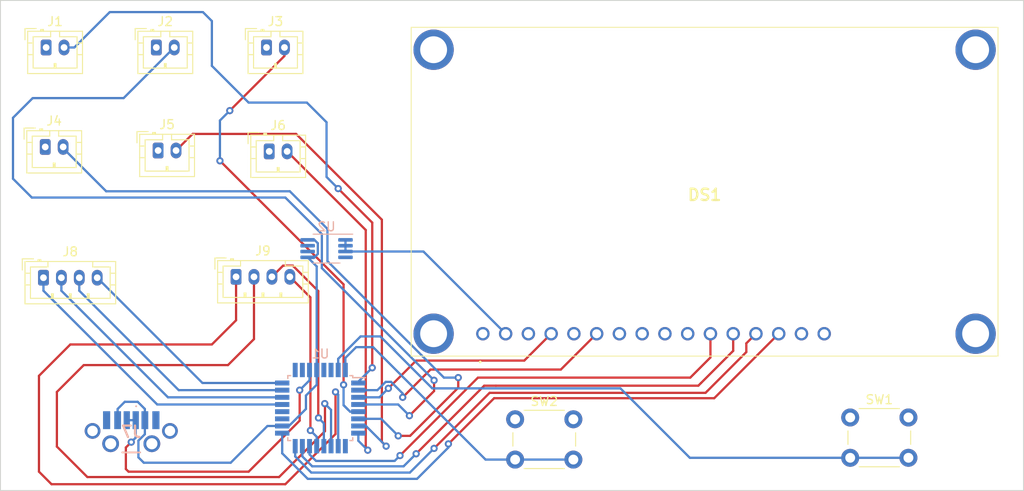
<source format=kicad_pcb>
(kicad_pcb (version 20211014) (generator pcbnew)
  (layers (0 "F.Cu" signal) (31 "B.Cu" signal) (34 "B.Paste" user) (35 "F.Paste" user) (36 "B.SilkS" user "B.Silkscreen") (37 "F.SilkS" user "F.Silkscreen") (38 "B.Mask" user) (39 "F.Mask" user) (44 "Edge.Cuts" user))
  (net 0 "")
  (net 1 "GND")
  (net 2 "Net-(DS1-Pad15)")
  (net 4 "Net-(DS1-Pad4)")
  (net 5 "Net-(DS1-Pad6)")
  (net 10 "Net-(DS1-Pad11)")
  (net 11 "Net-(DS1-Pad12)")
  (net 12 "Net-(DS1-Pad13)")
  (net 13 "Net-(DS1-Pad14)")
  (net 19 "Net-(J1-Pad2)")
  (net 21 "Net-(J2-Pad2)")
  (net 23 "Net-(J3-Pad2)")
  (net 25 "Net-(J4-Pad2)")
  (net 27 "Net-(J5-Pad2)")
  (net 29 "Net-(J6-Pad2)")
  (net 30 "Net-(J7-PadA5)")
  (net 31 "Net-(J7-PadA9)")
  (net 36 "Net-(J8-Pad1)")
  (net 37 "Net-(J8-Pad2)")
  (net 38 "Net-(J8-Pad3)")
  (net 39 "Net-(J8-Pad4)")
  (net 40 "Net-(J9-Pad1)")
  (net 41 "Net-(J9-Pad2)")
  (net 42 "Net-(J9-Pad3)")
  (net 43 "Net-(J9-Pad4)")
  (net 45 "Net-(SW1-Pad2)")
  (net 47 "Net-(SW2-Pad2)")
  (footprint "Button_Switch_THT:SW_PUSH_6mm" (layer "F.Cu") (at 142.75 98.15)
    (fp_text reference "SW2" (at 3.25 -2) (layer "F.SilkS"))
    (fp_text value "SW_Push")
    (pad "1" thru_hole circle (at 6.5 0 90) (size 2 2) (drill 1.1) (layers *.Cu *.Mask))
    (pad "1" thru_hole circle (at 0 0 90) (size 2 2) (drill 1.1) (layers *.Cu *.Mask))
    (pad "2" thru_hole circle (at 6.5 4.5 90) (size 2 2) (drill 1.1) (layers *.Cu *.Mask) (net 47 "Net-(SW2-Pad2)"))
    (pad "2" thru_hole circle (at 0 4.5 90) (size 2 2) (drill 1.1) (layers *.Cu *.Mask) (net 47 "Net-(SW2-Pad2)"))
  )
  (footprint "Connector_JST:JST_PH_B2B-PH-K_1x02_P2.00mm_Vertical" (layer "F.Cu") (at 115.3 68.25)
    (fp_text reference "J6" (at 1 -2.9) (layer "F.SilkS"))
    (fp_text value "ARRAY2")
    (pad "1" thru_hole roundrect (at 0 0) (size 1.2 1.75) (drill 0.75) (layers *.Cu *.Mask) (roundrect_rratio 0.208333))
    (pad "2" thru_hole oval (at 2 0) (size 1.2 1.75) (drill 0.75) (layers *.Cu *.Mask) (net 29 "Net-(J6-Pad2)"))
  )
  (footprint "Button_Switch_THT:SW_PUSH_6mm" (layer "F.Cu") (at 180.15 97.95)
    (fp_text reference "SW1" (at 3.25 -2) (layer "F.SilkS"))
    (fp_text value "SW_Push")
    (pad "1" thru_hole circle (at 6.5 0 90) (size 2 2) (drill 1.1) (layers *.Cu *.Mask))
    (pad "1" thru_hole circle (at 0 0 90) (size 2 2) (drill 1.1) (layers *.Cu *.Mask))
    (pad "2" thru_hole circle (at 6.5 4.5 90) (size 2 2) (drill 1.1) (layers *.Cu *.Mask) (net 45 "Net-(SW1-Pad2)"))
    (pad "2" thru_hole circle (at 0 4.5 90) (size 2 2) (drill 1.1) (layers *.Cu *.Mask) (net 45 "Net-(SW1-Pad2)"))
  )
  (footprint "Connector_JST:JST_PH_B2B-PH-K_1x02_P2.00mm_Vertical" (layer "F.Cu") (at 102.9 68.15)
    (fp_text reference "J5" (at 1 -2.9) (layer "F.SilkS"))
    (fp_text value "ARRAY1")
    (pad "1" thru_hole roundrect (at 0 0) (size 1.2 1.75) (drill 0.75) (layers *.Cu *.Mask) (roundrect_rratio 0.208333))
    (pad "2" thru_hole oval (at 2 0) (size 1.2 1.75) (drill 0.75) (layers *.Cu *.Mask) (net 27 "Net-(J5-Pad2)"))
  )
  (footprint "Connector_JST:JST_PH_B4B-PH-K_1x04_P2.00mm_Vertical" (layer "F.Cu") (at 90.1 82.35)
    (fp_text reference "J8" (at 3 -2.9) (layer "F.SilkS"))
    (fp_text value "MOIST SENS")
    (pad "1" thru_hole roundrect (at 0 0) (size 1.2 1.75) (drill 0.75) (layers *.Cu *.Mask) (roundrect_rratio 0.208333) (net 36 "Net-(J8-Pad1)"))
    (pad "2" thru_hole oval (at 2 0) (size 1.2 1.75) (drill 0.75) (layers *.Cu *.Mask) (net 37 "Net-(J8-Pad2)"))
    (pad "3" thru_hole oval (at 4 0) (size 1.2 1.75) (drill 0.75) (layers *.Cu *.Mask) (net 38 "Net-(J8-Pad3)"))
    (pad "4" thru_hole oval (at 6 0) (size 1.2 1.75) (drill 0.75) (layers *.Cu *.Mask) (net 39 "Net-(J8-Pad4)"))
  )
  (footprint "Connector_JST:JST_PH_B2B-PH-K_1x02_P2.00mm_Vertical" (layer "F.Cu") (at 90.4 56.65)
    (fp_text reference "J1" (at 1 -2.9) (layer "F.SilkS"))
    (fp_text value "FAN1")
    (pad "1" thru_hole roundrect (at 0 0) (size 1.2 1.75) (drill 0.75) (layers *.Cu *.Mask) (roundrect_rratio 0.208333))
    (pad "2" thru_hole oval (at 2 0) (size 1.2 1.75) (drill 0.75) (layers *.Cu *.Mask) (net 19 "Net-(J1-Pad2)"))
  )
  (footprint "SamacSys:NHD0216HZFSWFBW33V3C" (layer "F.Cu") (at 139.15 88.6)
    (fp_text reference "DS1" (at 24.75 -15.5) (layer "F.SilkS") (effects (font (size 1.27 1.27) (thickness 0.254))))
    (fp_text value "NHD-0216HZ-FSW-FBW-33V3C" hide)
    (pad "1" thru_hole circle locked (at 0 0) (size 1.5 1.5) (drill 1) (layers *.Cu *.Mask) (net 1 "GND"))
    (pad "2" thru_hole circle locked (at 2.54 0) (size 1.5 1.5) (drill 1) (layers *.Cu *.Mask) (net 2 "Net-(DS1-Pad15)"))
    (pad "3" thru_hole circle locked (at 5.08 0) (size 1.5 1.5) (drill 1) (layers *.Cu *.Mask))
    (pad "4" thru_hole circle locked (at 7.62 0) (size 1.5 1.5) (drill 1) (layers *.Cu *.Mask) (net 4 "Net-(DS1-Pad4)"))
    (pad "5" thru_hole circle locked (at 10.16 0) (size 1.5 1.5) (drill 1) (layers *.Cu *.Mask) (net 1 "GND"))
    (pad "6" thru_hole circle locked (at 12.7 0) (size 1.5 1.5) (drill 1) (layers *.Cu *.Mask) (net 5 "Net-(DS1-Pad6)"))
    (pad "7" thru_hole circle locked (at 15.24 0) (size 1.5 1.5) (drill 1) (layers *.Cu *.Mask))
    (pad "8" thru_hole circle locked (at 17.78 0) (size 1.5 1.5) (drill 1) (layers *.Cu *.Mask))
    (pad "9" thru_hole circle locked (at 20.32 0) (size 1.5 1.5) (drill 1) (layers *.Cu *.Mask))
    (pad "10" thru_hole circle locked (at 22.86 0) (size 1.5 1.5) (drill 1) (layers *.Cu *.Mask))
    (pad "11" thru_hole circle locked (at 25.4 0) (size 1.5 1.5) (drill 1) (layers *.Cu *.Mask) (net 10 "Net-(DS1-Pad11)"))
    (pad "12" thru_hole circle locked (at 27.94 0) (size 1.5 1.5) (drill 1) (layers *.Cu *.Mask) (net 11 "Net-(DS1-Pad12)"))
    (pad "13" thru_hole circle locked (at 30.48 0) (size 1.5 1.5) (drill 1) (layers *.Cu *.Mask) (net 12 "Net-(DS1-Pad13)"))
    (pad "14" thru_hole circle locked (at 33.02 0) (size 1.5 1.5) (drill 1) (layers *.Cu *.Mask) (net 13 "Net-(DS1-Pad14)"))
    (pad "15" thru_hole circle locked (at 35.56 0) (size 1.5 1.5) (drill 1) (layers *.Cu *.Mask) (net 2 "Net-(DS1-Pad15)"))
    (pad "16" thru_hole circle locked (at 38.1 0) (size 1.5 1.5) (drill 1) (layers *.Cu *.Mask) (net 1 "GND"))
    (pad "MH1" thru_hole circle locked (at -5.5 0) (size 4.5 4.5) (drill 3) (layers *.Cu *.Mask))
    (pad "MH2" thru_hole circle locked (at -5.5 -31.7) (size 4.5 4.5) (drill 3) (layers *.Cu *.Mask))
    (pad "MH3" thru_hole circle locked (at 55 0) (size 4.5 4.5) (drill 3) (layers *.Cu *.Mask))
    (pad "MH4" thru_hole circle locked (at 55 -31.7) (size 4.5 4.5) (drill 3) (layers *.Cu *.Mask))
  )
  (footprint "Connector_JST:JST_PH_B2B-PH-K_1x02_P2.00mm_Vertical" (layer "F.Cu") (at 90.3 67.75)
    (fp_text reference "J4" (at 1 -2.9) (layer "F.SilkS"))
    (fp_text value "PHO")
    (pad "1" thru_hole roundrect (at 0 0) (size 1.2 1.75) (drill 0.75) (layers *.Cu *.Mask) (roundrect_rratio 0.208333))
    (pad "2" thru_hole oval (at 2 0) (size 1.2 1.75) (drill 0.75) (layers *.Cu *.Mask) (net 25 "Net-(J4-Pad2)"))
  )
  (footprint "Connector_JST:JST_PH_B2B-PH-K_1x02_P2.00mm_Vertical" (layer "F.Cu") (at 102.7 56.65)
    (fp_text reference "J2" (at 1 -2.9) (layer "F.SilkS"))
    (fp_text value "NIT")
    (pad "1" thru_hole roundrect (at 0 0) (size 1.2 1.75) (drill 0.75) (layers *.Cu *.Mask) (roundrect_rratio 0.208333))
    (pad "2" thru_hole oval (at 2 0) (size 1.2 1.75) (drill 0.75) (layers *.Cu *.Mask) (net 21 "Net-(J2-Pad2)"))
  )
  (footprint "Connector_JST:JST_PH_B2B-PH-K_1x02_P2.00mm_Vertical" (layer "F.Cu") (at 115 56.65)
    (fp_text reference "J3" (at 1 -2.9) (layer "F.SilkS"))
    (fp_text value "POT")
    (pad "1" thru_hole roundrect (at 0 0) (size 1.2 1.75) (drill 0.75) (layers *.Cu *.Mask) (roundrect_rratio 0.208333))
    (pad "2" thru_hole oval (at 2 0) (size 1.2 1.75) (drill 0.75) (layers *.Cu *.Mask) (net 23 "Net-(J3-Pad2)"))
  )
  (footprint "Connector_JST:JST_PH_B4B-PH-K_1x04_P2.00mm_Vertical" (layer "F.Cu") (at 111.6 82.25)
    (fp_text reference "J9" (at 3 -2.9) (layer "F.SilkS"))
    (fp_text value "NUTR SENS")
    (pad "1" thru_hole roundrect (at 0 0) (size 1.2 1.75) (drill 0.75) (layers *.Cu *.Mask) (roundrect_rratio 0.208333) (net 40 "Net-(J9-Pad1)"))
    (pad "2" thru_hole oval (at 2 0) (size 1.2 1.75) (drill 0.75) (layers *.Cu *.Mask) (net 41 "Net-(J9-Pad2)"))
    (pad "3" thru_hole oval (at 4 0) (size 1.2 1.75) (drill 0.75) (layers *.Cu *.Mask) (net 42 "Net-(J9-Pad3)"))
    (pad "4" thru_hole oval (at 6 0) (size 1.2 1.75) (drill 0.75) (layers *.Cu *.Mask) (net 43 "Net-(J9-Pad4)"))
  )
  (footprint "Package_SO:MSOP-8_3x3mm_P0.65mm" (layer "B.Cu") (at 121.7 79.1 180)
    (fp_text reference "U2" (at 0 2.45) (layer "B.SilkS") (effects (justify mirror)))
    (fp_text value "LT1762-3.3")
    (pad "1" smd roundrect (at -2.1125 0.975 180) (size 1.625 0.4) (layers "B.Cu" "B.Paste" "B.Mask") (net 2 "Net-(DS1-Pad15)"))
    (pad "2" smd roundrect (at -2.1125 0.325 180) (size 1.625 0.4) (layers "B.Cu" "B.Paste" "B.Mask") (net 2 "Net-(DS1-Pad15)"))
    (pad "3" smd roundrect (at -2.1125 -0.325 180) (size 1.625 0.4) (layers "B.Cu" "B.Paste" "B.Mask") (net 2 "Net-(DS1-Pad15)"))
    (pad "4" smd roundrect (at -2.1125 -0.975 180) (size 1.625 0.4) (layers "B.Cu" "B.Paste" "B.Mask") (net 1 "GND"))
    (pad "5" smd roundrect (at 2.1125 -0.975 180) (size 1.625 0.4) (layers "B.Cu" "B.Paste" "B.Mask") (net 31 "Net-(J7-PadA9)"))
    (pad "6" smd roundrect (at 2.1125 -0.325 180) (size 1.625 0.4) (layers "B.Cu" "B.Paste" "B.Mask"))
    (pad "7" smd roundrect (at 2.1125 0.325 180) (size 1.625 0.4) (layers "B.Cu" "B.Paste" "B.Mask"))
    (pad "8" smd roundrect (at 2.1125 0.975 180) (size 1.625 0.4) (layers "B.Cu" "B.Paste" "B.Mask") (net 31 "Net-(J7-PadA9)"))
  )
  (footprint "Package_QFP:TQFP-32_7x7mm_P0.8mm" (layer "B.Cu") (at 121 96.9 180)
    (fp_text reference "U1" (at 0 6.05) (layer "B.SilkS") (effects (justify mirror)))
    (fp_text value "ATmega3208-A")
    (pad "1" smd rect (at -4.25 2.8 180) (size 1.6 0.55) (layers "B.Cu" "B.Paste" "B.Mask") (net 19 "Net-(J1-Pad2)"))
    (pad "2" smd rect (at -4.25 2 180) (size 1.6 0.55) (layers "B.Cu" "B.Paste" "B.Mask") (net 5 "Net-(DS1-Pad6)"))
    (pad "3" smd rect (at -4.25 1.2 180) (size 1.6 0.55) (layers "B.Cu" "B.Paste" "B.Mask") (net 4 "Net-(DS1-Pad4)"))
    (pad "4" smd rect (at -4.25 0.4 180) (size 1.6 0.55) (layers "B.Cu" "B.Paste" "B.Mask") (net 21 "Net-(J2-Pad2)"))
    (pad "5" smd rect (at -4.25 -0.4 180) (size 1.6 0.55) (layers "B.Cu" "B.Paste" "B.Mask") (net 23 "Net-(J3-Pad2)"))
    (pad "6" smd rect (at -4.25 -1.2 180) (size 1.6 0.55) (layers "B.Cu" "B.Paste" "B.Mask") (net 25 "Net-(J4-Pad2)"))
    (pad "7" smd rect (at -4.25 -2 180) (size 1.6 0.55) (layers "B.Cu" "B.Paste" "B.Mask") (net 27 "Net-(J5-Pad2)"))
    (pad "8" smd rect (at -4.25 -2.8 180) (size 1.6 0.55) (layers "B.Cu" "B.Paste" "B.Mask") (net 29 "Net-(J6-Pad2)"))
    (pad "9" smd rect (at -2.8 -4.25 90) (size 1.6 0.55) (layers "B.Cu" "B.Paste" "B.Mask"))
    (pad "10" smd rect (at -2 -4.25 90) (size 1.6 0.55) (layers "B.Cu" "B.Paste" "B.Mask") (net 40 "Net-(J9-Pad1)"))
    (pad "11" smd rect (at -1.2 -4.25 90) (size 1.6 0.55) (layers "B.Cu" "B.Paste" "B.Mask") (net 41 "Net-(J9-Pad2)"))
    (pad "12" smd rect (at -0.4 -4.25 90) (size 1.6 0.55) (layers "B.Cu" "B.Paste" "B.Mask") (net 42 "Net-(J9-Pad3)"))
    (pad "13" smd rect (at 0.4 -4.25 90) (size 1.6 0.55) (layers "B.Cu" "B.Paste" "B.Mask") (net 43 "Net-(J9-Pad4)"))
    (pad "14" smd rect (at 1.2 -4.25 90) (size 1.6 0.55) (layers "B.Cu" "B.Paste" "B.Mask") (net 10 "Net-(DS1-Pad11)"))
    (pad "15" smd rect (at 2 -4.25 90) (size 1.6 0.55) (layers "B.Cu" "B.Paste" "B.Mask") (net 11 "Net-(DS1-Pad12)"))
    (pad "16" smd rect (at 2.8 -4.25 90) (size 1.6 0.55) (layers "B.Cu" "B.Paste" "B.Mask") (net 12 "Net-(DS1-Pad13)"))
    (pad "17" smd rect (at 4.25 -2.8 180) (size 1.6 0.55) (layers "B.Cu" "B.Paste" "B.Mask") (net 13 "Net-(DS1-Pad14)"))
    (pad "18" smd rect (at 4.25 -2 180) (size 1.6 0.55) (layers "B.Cu" "B.Paste" "B.Mask") (net 31 "Net-(J7-PadA9)"))
    (pad "19" smd rect (at 4.25 -1.2 180) (size 1.6 0.55) (layers "B.Cu" "B.Paste" "B.Mask") (net 1 "GND"))
    (pad "20" smd rect (at 4.25 -0.4 180) (size 1.6 0.55) (layers "B.Cu" "B.Paste" "B.Mask"))
    (pad "21" smd rect (at 4.25 0.4 180) (size 1.6 0.55) (layers "B.Cu" "B.Paste" "B.Mask") (net 36 "Net-(J8-Pad1)"))
    (pad "22" smd rect (at 4.25 1.2 180) (size 1.6 0.55) (layers "B.Cu" "B.Paste" "B.Mask") (net 37 "Net-(J8-Pad2)"))
    (pad "23" smd rect (at 4.25 2 180) (size 1.6 0.55) (layers "B.Cu" "B.Paste" "B.Mask") (net 38 "Net-(J8-Pad3)"))
    (pad "24" smd rect (at 4.25 2.8 180) (size 1.6 0.55) (layers "B.Cu" "B.Paste" "B.Mask") (net 39 "Net-(J8-Pad4)"))
    (pad "25" smd rect (at 2.8 4.25 90) (size 1.6 0.55) (layers "B.Cu" "B.Paste" "B.Mask"))
    (pad "26" smd rect (at 2 4.25 90) (size 1.6 0.55) (layers "B.Cu" "B.Paste" "B.Mask"))
    (pad "27" smd rect (at 1.2 4.25 90) (size 1.6 0.55) (layers "B.Cu" "B.Paste" "B.Mask") (net 30 "Net-(J7-PadA5)"))
    (pad "28" smd rect (at 0.4 4.25 90) (size 1.6 0.55) (layers "B.Cu" "B.Paste" "B.Mask") (net 31 "Net-(J7-PadA9)"))
    (pad "29" smd rect (at -0.4 4.25 90) (size 1.6 0.55) (layers "B.Cu" "B.Paste" "B.Mask") (net 1 "GND"))
    (pad "30" smd rect (at -1.2 4.25 90) (size 1.6 0.55) (layers "B.Cu" "B.Paste" "B.Mask"))
    (pad "31" smd rect (at -2 4.25 90) (size 1.6 0.55) (layers "B.Cu" "B.Paste" "B.Mask") (net 45 "Net-(SW1-Pad2)"))
    (pad "32" smd rect (at -2.8 4.25 90) (size 1.6 0.55) (layers "B.Cu" "B.Paste" "B.Mask") (net 47 "Net-(SW2-Pad2)"))
  )
  (footprint "SamacSys:USB4140GF0070C" (layer "B.Cu") (at 99.9 99.7 180)
    (fp_text reference "J7" (at 0 0.15) (layer "B.SilkS") (effects (font (size 1.27 1.27) (thickness 0.254)) (justify mirror)))
    (fp_text value "USB4140-GF-0070-C" hide)
    (pad "" np_thru_hole circle locked (at -3.875 -1.55 180) (size 0.65 0.65) (drill 0.65) (layers *.Cu *.Mask))
    (pad "" np_thru_hole circle locked (at 3.875 -1.55 180) (size 1.07 1.07) (drill 1.07) (layers *.Cu *.Mask))
    (pad "A5" smd rect locked (at -0.5 1.45 180) (size 0.7 2) (layers "B.Cu" "B.Paste" "B.Mask") (net 30 "Net-(J7-PadA5)"))
    (pad "A9" smd rect locked (at 1.52 1.45 180) (size 0.76 2) (layers "B.Cu" "B.Paste" "B.Mask") (net 31 "Net-(J7-PadA9)"))
    (pad "A12" smd rect locked (at 2.75 1.45 180) (size 0.8 2) (layers "B.Cu" "B.Paste" "B.Mask") (net 1 "GND"))
    (pad "B5" smd rect locked (at 0.5 1.45 180) (size 0.7 2) (layers "B.Cu" "B.Paste" "B.Mask") (net 30 "Net-(J7-PadA5)"))
    (pad "B9" smd rect locked (at -1.52 1.45 180) (size 0.76 2) (layers "B.Cu" "B.Paste" "B.Mask") (net 31 "Net-(J7-PadA9)"))
    (pad "B12" smd rect locked (at -2.75 1.45 180) (size 0.8 2) (layers "B.Cu" "B.Paste" "B.Mask") (net 1 "GND"))
    (pad "MH1" thru_hole circle locked (at -4.32 0.25 180) (size 1.755 1.755) (drill 1.17) (layers *.Cu *.Mask))
    (pad "MH2" thru_hole circle locked (at 4.32 0.25 180) (size 1.755 1.755) (drill 1.17) (layers *.Cu *.Mask))
    (pad "MH3" thru_hole circle locked (at -2.3 -1.18 180) (size 1.875 1.875) (drill 1.25) (layers *.Cu *.Mask))
    (pad "MH4" thru_hole circle locked (at 2.3 -1.18 180) (size 1.875 1.875) (drill 1.25) (layers *.Cu *.Mask))
  )
  (gr_rect (start 85.3 106.1) (end 199.5 51.4) (layer "Edge.Cuts") (width 0.1) (fill none))
  (segment (start 132.515 79.425) (end 141.69 88.6) (width 0.25) (layer "B.Cu") (net 2))
  (segment (start 123.8125 78.125) (end 123.8125 79.425) (width 0.25) (layer "B.Cu") (net 2))
  (segment (start 123.8125 79.425) (end 132.515 79.425) (width 0.25) (layer "B.Cu") (net 2))
  (segment (start 128.6 94.7) (end 131.7 91.6) (width 0.25) (layer "F.Cu") (net 4))
  (segment (start 131.7 91.6) (end 143.77 91.6) (width 0.25) (layer "F.Cu") (net 4))
  (segment (start 143.77 91.6) (end 146.77 88.6) (width 0.25) (layer "F.Cu") (net 4))
  (via (at 128.6 94.7) (size 0.8) (drill 0.4) (layers "F.Cu" "B.Cu") (net 4))
  (segment (start 128.6 94.7) (end 127.6 95.7) (width 0.25) (layer "B.Cu") (net 4))
  (segment (start 127.6 95.7) (end 125.25 95.7) (width 0.25) (layer "B.Cu") (net 4))
  (segment (start 147.85 92.6) (end 151.85 88.6) (width 0.25) (layer "F.Cu") (net 5))
  (segment (start 133.3 92.6) (end 147.85 92.6) (width 0.25) (layer "F.Cu") (net 5))
  (segment (start 130.2 95.7) (end 133.3 92.6) (width 0.25) (layer "F.Cu") (net 5))
  (via (at 130.2 95.7) (size 0.8) (drill 0.4) (layers "F.Cu" "B.Cu") (net 5))
  (segment (start 130.2 95.7) (end 130.2 95.274695) (width 0.25) (layer "B.Cu") (net 5))
  (segment (start 127.374695 94.9) (end 125.25 94.9) (width 0.25) (layer "B.Cu") (net 5))
  (segment (start 128.299695 93.975) (end 127.374695 94.9) (width 0.25) (layer "B.Cu") (net 5))
  (segment (start 130.2 95.274695) (end 128.900305 93.975) (width 0.25) (layer "B.Cu") (net 5))
  (segment (start 128.900305 93.975) (end 128.299695 93.975) (width 0.25) (layer "B.Cu") (net 5))
  (segment (start 138.6 93.5) (end 129.9 102.2) (width 0.25) (layer "F.Cu") (net 10))
  (segment (start 162.3 93.5) (end 138.6 93.5) (width 0.25) (layer "F.Cu") (net 10))
  (segment (start 164.55 88.6) (end 164.55 91.25) (width 0.25) (layer "F.Cu") (net 10))
  (segment (start 164.55 91.25) (end 162.3 93.5) (width 0.25) (layer "F.Cu") (net 10))
  (via (at 129.9 102.2) (size 0.8) (drill 0.4) (layers "F.Cu" "B.Cu") (net 10))
  (segment (start 120.525 102.8) (end 119.8 102.075) (width 0.25) (layer "B.Cu") (net 10))
  (segment (start 129.3 102.8) (end 120.525 102.8) (width 0.25) (layer "B.Cu") (net 10))
  (segment (start 119.8 102.075) (end 119.8 101.15) (width 0.25) (layer "B.Cu") (net 10))
  (segment (start 129.9 102.2) (end 129.3 102.8) (width 0.25) (layer "B.Cu") (net 10))
  (segment (start 139.3 94.4) (end 131.7 102) (width 0.25) (layer "F.Cu") (net 11))
  (segment (start 163.5 94.1) (end 163.2 94.4) (width 0.25) (layer "F.Cu") (net 11))
  (segment (start 167.09 90.51) (end 163.5 94.1) (width 0.25) (layer "F.Cu") (net 11))
  (segment (start 140.6 94.4) (end 139.3 94.4) (width 0.25) (layer "F.Cu") (net 11))
  (segment (start 167.09 88.6) (end 167.09 90.51) (width 0.25) (layer "F.Cu") (net 11))
  (segment (start 163.2 94.4) (end 140.6 94.4) (width 0.25) (layer "F.Cu") (net 11))
  (via (at 131.7 102) (size 0.8) (drill 0.4) (layers "F.Cu" "B.Cu") (net 11))
  (segment (start 130.3 103.4) (end 120.1 103.4) (width 0.25) (layer "B.Cu") (net 11))
  (segment (start 119 102.3) (end 119 101.15) (width 0.25) (layer "B.Cu") (net 11))
  (segment (start 120.1 103.4) (end 119 102.3) (width 0.25) (layer "B.Cu") (net 11))
  (segment (start 131.7 102) (end 130.3 103.4) (width 0.25) (layer "B.Cu") (net 11))
  (segment (start 168.555 89.675) (end 168.555 90.645) (width 0.25) (layer "F.Cu") (net 12))
  (segment (start 168.555 90.645) (end 164.2 95) (width 0.25) (layer "F.Cu") (net 12))
  (segment (start 139.9 95.2) (end 133.7 101.4) (width 0.25) (layer "F.Cu") (net 12))
  (segment (start 169.63 88.6) (end 168.555 89.675) (width 0.25) (layer "F.Cu") (net 12))
  (segment (start 164 95.2) (end 139.9 95.2) (width 0.25) (layer "F.Cu") (net 12))
  (segment (start 164.2 95) (end 164 95.2) (width 0.25) (layer "F.Cu") (net 12))
  (via (at 133.7 101.4) (size 0.8) (drill 0.4) (layers "F.Cu" "B.Cu") (net 12))
  (segment (start 133.7 101.4) (end 131 104.1) (width 0.25) (layer "B.Cu") (net 12))
  (segment (start 131 104.1) (end 120 104.1) (width 0.25) (layer "B.Cu") (net 12))
  (segment (start 120 104.1) (end 118.2 102.3) (width 0.25) (layer "B.Cu") (net 12))
  (segment (start 118.2 102.3) (end 118.2 101.15) (width 0.25) (layer "B.Cu") (net 12))
  (segment (start 172.17 88.6) (end 164.97 95.8) (width 0.25) (layer "F.Cu") (net 13))
  (segment (start 140.4 95.8) (end 135.3 100.9) (width 0.25) (layer "F.Cu") (net 13))
  (segment (start 164.97 95.8) (end 140.4 95.8) (width 0.25) (layer "F.Cu") (net 13))
  (via (at 135.3 100.9) (size 0.8) (drill 0.4) (layers "F.Cu" "B.Cu") (net 13))
  (segment (start 131.8 104.8) (end 135.3 101.3) (width 0.25) (layer "B.Cu") (net 13))
  (segment (start 135.3 101.3) (end 135.3 100.9) (width 0.25) (layer "B.Cu") (net 13))
  (segment (start 116.75 101.95) (end 119.6 104.8) (width 0.25) (layer "B.Cu") (net 13))
  (segment (start 116.75 99.7) (end 116.75 101.95) (width 0.25) (layer "B.Cu") (net 13))
  (segment (start 119.6 104.8) (end 131.8 104.8) (width 0.25) (layer "B.Cu") (net 13))
  (segment (start 126.8 76.2) (end 123 72.4) (width 0.25) (layer "F.Cu") (net 19))
  (segment (start 126.8 92.4) (end 126.8 76.2) (width 0.25) (layer "F.Cu") (net 19))
  (via (at 123 72.4) (size 0.8) (drill 0.4) (layers "F.Cu" "B.Cu") (net 19))
  (via (at 126.8 92.4) (size 0.8) (drill 0.4) (layers "F.Cu" "B.Cu") (net 19))
  (segment (start 119.5 62.8) (end 113 62.8) (width 0.25) (layer "B.Cu") (net 19))
  (segment (start 123 72.4) (end 121.7 71.1) (width 0.25) (layer "B.Cu") (net 19))
  (segment (start 121.7 71.1) (end 121.7 65) (width 0.25) (layer "B.Cu") (net 19))
  (segment (start 121.7 65) (end 119.5 62.8) (width 0.25) (layer "B.Cu") (net 19))
  (segment (start 125.25 93.95) (end 126.8 92.4) (width 0.25) (layer "B.Cu") (net 19))
  (segment (start 108.9 53.7) (end 107.9 52.7) (width 0.25) (layer "B.Cu") (net 19))
  (segment (start 93.55 56.65) (end 92.4 56.65) (width 0.25) (layer "B.Cu") (net 19))
  (segment (start 108.9 58.7) (end 108.9 53.7) (width 0.25) (layer "B.Cu") (net 19))
  (segment (start 113 62.8) (end 108.9 58.7) (width 0.25) (layer "B.Cu") (net 19))
  (segment (start 125.25 94.1) (end 125.25 93.95) (width 0.25) (layer "B.Cu") (net 19))
  (segment (start 97.5 52.7) (end 93.55 56.65) (width 0.25) (layer "B.Cu") (net 19))
  (segment (start 107.9 52.7) (end 97.5 52.7) (width 0.25) (layer "B.Cu") (net 19))
  (segment (start 130.95 97.75) (end 133.7 95) (width 0.25) (layer "F.Cu") (net 21))
  (segment (start 133.7 95) (end 133.7 93.8) (width 0.25) (layer "F.Cu") (net 21))
  (via (at 130.95 97.75) (size 0.8) (drill 0.4) (layers "F.Cu" "B.Cu") (net 21))
  (via (at 133.7 93.8) (size 0.8) (drill 0.4) (layers "F.Cu" "B.Cu") (net 21))
  (segment (start 86.7 71.3) (end 86.7 64.5) (width 0.25) (layer "B.Cu") (net 21))
  (segment (start 121.175 77.475) (end 117.1 73.4) (width 0.25) (layer "B.Cu") (net 21))
  (segment (start 86.7 64.5) (end 88.9 62.3) (width 0.25) (layer "B.Cu") (net 21))
  (segment (start 121.175 81.275) (end 121.175 77.475) (width 0.25) (layer "B.Cu") (net 21))
  (segment (start 125.25 96.5) (end 129.7 96.5) (width 0.25) (layer "B.Cu") (net 21))
  (segment (start 133.7 93.8) (end 121.175 81.275) (width 0.25) (layer "B.Cu") (net 21))
  (segment (start 117.1 73.4) (end 88.8 73.4) (width 0.25) (layer "B.Cu") (net 21))
  (segment (start 99.05 62.3) (end 104.7 56.65) (width 0.25) (layer "B.Cu") (net 21))
  (segment (start 130.95 97.75) (end 131 97.8) (width 0.25) (layer "B.Cu") (net 21))
  (segment (start 88.8 73.4) (end 86.7 71.3) (width 0.25) (layer "B.Cu") (net 21))
  (segment (start 129.7 96.5) (end 130.95 97.75) (width 0.25) (layer "B.Cu") (net 21))
  (segment (start 88.9 62.3) (end 99.05 62.3) (width 0.25) (layer "B.Cu") (net 21))
  (segment (start 110.9 63.7) (end 117 57.6) (width 0.25) (layer "F.Cu") (net 23))
  (segment (start 123.6 94.3) (end 123.6 83.1) (width 0.25) (layer "F.Cu") (net 23))
  (segment (start 117 57.6) (end 117 56.65) (width 0.25) (layer "F.Cu") (net 23))
  (segment (start 123.6 83.1) (end 109.8 69.3) (width 0.25) (layer "F.Cu") (net 23))
  (via (at 110.9 63.7) (size 0.8) (drill 0.4) (layers "F.Cu" "B.Cu") (net 23))
  (via (at 123.6 94.3) (size 0.8) (drill 0.4) (layers "F.Cu" "B.Cu") (net 23))
  (via (at 109.8 69.3) (size 0.8) (drill 0.4) (layers "F.Cu" "B.Cu") (net 23))
  (segment (start 123.6 96.575) (end 124.325 97.3) (width 0.25) (layer "B.Cu") (net 23))
  (segment (start 124.325 97.3) (end 125.25 97.3) (width 0.25) (layer "B.Cu") (net 23))
  (segment (start 109.8 64.8) (end 110.9 63.7) (width 0.25) (layer "B.Cu") (net 23))
  (segment (start 109.8 69.3) (end 109.8 64.8) (width 0.25) (layer "B.Cu") (net 23))
  (segment (start 123.6 96.575) (end 124.125 97.1) (width 0.25) (layer "B.Cu") (net 23))
  (segment (start 123.6 94.3) (end 123.6 96.575) (width 0.25) (layer "B.Cu") (net 23))
  (segment (start 131.025305 100) (end 129.7 100) (width 0.25) (layer "F.Cu") (net 25))
  (segment (start 136.4 93.5) (end 136.4 94.625305) (width 0.25) (layer "F.Cu") (net 25))
  (segment (start 136.4 94.625305) (end 131.025305 100) (width 0.25) (layer "F.Cu") (net 25))
  (via (at 129.7 100) (size 0.8) (drill 0.4) (layers "F.Cu" "B.Cu") (net 25))
  (via (at 136.4 93.5) (size 0.8) (drill 0.4) (layers "F.Cu" "B.Cu") (net 25))
  (segment (start 117.6 72.7) (end 97.1 72.7) (width 0.25) (layer "B.Cu") (net 25))
  (segment (start 134.8 93.5) (end 121.8 80.5) (width 0.25) (layer "B.Cu") (net 25))
  (segment (start 121.8 80.5) (end 121.8 76.9) (width 0.25) (layer "B.Cu") (net 25))
  (segment (start 127.8 98.1) (end 129.7 100) (width 0.25) (layer "B.Cu") (net 25))
  (segment (start 121.8 76.9) (end 117.6 72.7) (width 0.25) (layer "B.Cu") (net 25))
  (segment (start 136.4 93.5) (end 134.8 93.5) (width 0.25) (layer "B.Cu") (net 25))
  (segment (start 125.25 98.1) (end 127.8 98.1) (width 0.25) (layer "B.Cu") (net 25))
  (segment (start 97.1 72.7) (end 92.3 67.9) (width 0.25) (layer "B.Cu") (net 25))
  (segment (start 92.3 67.9) (end 92.3 67.75) (width 0.25) (layer "B.Cu") (net 25))
  (segment (start 106.75 66.3) (end 104.9 68.15) (width 0.25) (layer "F.Cu") (net 27))
  (segment (start 118.3 66.3) (end 106.75 66.3) (width 0.25) (layer "F.Cu") (net 27))
  (segment (start 127.875 75.875) (end 118.3 66.3) (width 0.25) (layer "F.Cu") (net 27))
  (segment (start 127.875 100.675) (end 127.875 75.875) (width 0.25) (layer "F.Cu") (net 27))
  (segment (start 128.35 101.15) (end 127.875 100.675) (width 0.25) (layer "F.Cu") (net 27))
  (via (at 128.35 101.15) (size 0.8) (drill 0.4) (layers "F.Cu" "B.Cu") (net 27))
  (segment (start 125.25 98.9) (end 126.1 98.9) (width 0.25) (layer "B.Cu") (net 27))
  (segment (start 126.1 98.9) (end 128.35 101.15) (width 0.25) (layer "B.Cu") (net 27))
  (segment (start 128.35 101.15) (end 128.4 101.2) (width 0.25) (layer "B.Cu") (net 27))
  (segment (start 126.075 77.025) (end 117.3 68.25) (width 0.25) (layer "F.Cu") (net 29))
  (segment (start 126.075 101.375) (end 126.075 77.025) (width 0.25) (layer "F.Cu") (net 29))
  (segment (start 126.3 101.6) (end 126.075 101.375) (width 0.25) (layer "F.Cu") (net 29))
  (via (at 126.3 101.6) (size 0.8) (drill 0.4) (layers "F.Cu" "B.Cu") (net 29))
  (segment (start 126.3 101.6) (end 126.4 101.7) (width 0.25) (layer "B.Cu") (net 29))
  (segment (start 125.25 99.7) (end 125.25 100.55) (width 0.25) (layer "B.Cu") (net 29))
  (segment (start 125.25 100.55) (end 126.3 101.6) (width 0.25) (layer "B.Cu") (net 29))
  (segment (start 118.7 98.3) (end 113 104) (width 0.25) (layer "F.Cu") (net 30))
  (segment (start 99.3 103.7) (end 99.3 101.3) (width 0.25) (layer "F.Cu") (net 30))
  (segment (start 99.6 104) (end 99.3 103.7) (width 0.25) (layer "F.Cu") (net 30))
  (segment (start 99.3 101.3) (end 99.9 100.7) (width 0.25) (layer "F.Cu") (net 30))
  (segment (start 118.7 94.9) (end 118.7 98.3) (width 0.25) (layer "F.Cu") (net 30))
  (segment (start 113 104) (end 99.6 104) (width 0.25) (layer "F.Cu") (net 30))
  (via (at 118.7 94.9) (size 0.8) (drill 0.4) (layers "F.Cu" "B.Cu") (net 30))
  (via (at 99.9 100.7) (size 0.8) (drill 0.4) (layers "F.Cu" "B.Cu") (net 30))
  (segment (start 118.7 94.9) (end 119.8 93.8) (width 0.25) (layer "B.Cu") (net 30))
  (segment (start 99.4 98.25) (end 100.4 98.25) (width 0.25) (layer "B.Cu") (net 30))
  (segment (start 119.8 93.8) (end 119.8 92.65) (width 0.25) (layer "B.Cu") (net 30))
  (segment (start 100.4 100.2) (end 99.9 100.7) (width 0.25) (layer "B.Cu") (net 30))
  (segment (start 100.4 98.25) (end 100.4 100.2) (width 0.25) (layer "B.Cu") (net 30))
  (segment (start 101.42 98.25) (end 101.42 99.816396) (width 0.25) (layer "B.Cu") (net 31))
  (segment (start 120.6 81.0875) (end 119.5875 80.075) (width 0.25) (layer "B.Cu") (net 31))
  (segment (start 99.18 96.2) (end 98.38 97) (width 0.25) (layer "B.Cu") (net 31))
  (segment (start 120.725 79.701041) (end 120.351041 80.075) (width 0.25) (layer "B.Cu") (net 31))
  (segment (start 101.42 98.25) (end 101.42 97) (width 0.25) (layer "B.Cu") (net 31))
  (segment (start 120.6 92.65) (end 120.6 81.0875) (width 0.25) (layer "B.Cu") (net 31))
  (segment (start 100.7 102.4) (end 101.3 103) (width 0.25) (layer "B.Cu") (net 31))
  (segment (start 101.42 99.816396) (end 100.7 100.536396) (width 0.25) (layer "B.Cu") (net 31))
  (segment (start 101.42 97) (end 100.62 96.2) (width 0.25) (layer "B.Cu") (net 31))
  (segment (start 101.3 103) (end 111 103) (width 0.25) (layer "B.Cu") (net 31))
  (segment (start 119.5875 78.125) (end 120.351041 78.125) (width 0.25) (layer "B.Cu") (net 31))
  (segment (start 100.7 100.536396) (end 100.7 102.4) (width 0.25) (layer "B.Cu") (net 31))
  (segment (start 120.6 94.3) (end 120.6 92.65) (width 0.25) (layer "B.Cu") (net 31))
  (segment (start 119.4 95.5) (end 119.4 97) (width 0.25) (layer "B.Cu") (net 31))
  (segment (start 111 103) (end 115.1 98.9) (width 0.25) (layer "B.Cu") (net 31))
  (segment (start 120.351041 78.125) (end 120.725 78.498959) (width 0.25) (layer "B.Cu") (net 31))
  (segment (start 120.351041 80.075) (end 119.5875 80.075) (width 0.25) (layer "B.Cu") (net 31))
  (segment (start 120.725 78.498959) (end 120.725 79.701041) (width 0.25) (layer "B.Cu") (net 31))
  (segment (start 98.38 97) (end 98.38 98.25) (width 0.25) (layer "B.Cu") (net 31))
  (segment (start 116.75 98.9) (end 117.5 98.9) (width 0.25) (layer "B.Cu") (net 31))
  (segment (start 117.5 98.9) (end 119.4 97) (width 0.25) (layer "B.Cu") (net 31))
  (segment (start 115.1 98.9) (end 116.75 98.9) (width 0.25) (layer "B.Cu") (net 31))
  (segment (start 119.4 95.5) (end 120.6 94.3) (width 0.25) (layer "B.Cu") (net 31))
  (segment (start 100.62 96.2) (end 99.18 96.2) (width 0.25) (layer "B.Cu") (net 31))
  (segment (start 102.8 96.5) (end 90.1 83.8) (width 0.25) (layer "B.Cu") (net 36))
  (segment (start 90.1 83.8) (end 90.1 82.35) (width 0.25) (layer "B.Cu") (net 36))
  (segment (start 116.75 96.5) (end 102.8 96.5) (width 0.25) (layer "B.Cu") (net 36))
  (segment (start 116.75 95.7) (end 104 95.7) (width 0.25) (layer "B.Cu") (net 37))
  (segment (start 92.1 83.8) (end 92.1 82.35) (width 0.25) (layer "B.Cu") (net 37))
  (segment (start 104 95.7) (end 92.1 83.8) (width 0.25) (layer "B.Cu") (net 37))
  (segment (start 94.1 82.35) (end 94.1 83.8) (width 0.25) (layer "B.Cu") (net 38))
  (segment (start 105.2 94.9) (end 94.65 84.35) (width 0.25) (layer "B.Cu") (net 38))
  (segment (start 116.75 94.9) (end 105.2 94.9) (width 0.25) (layer "B.Cu") (net 38))
  (segment (start 94.1 83.8) (end 94.65 84.35) (width 0.25) (layer "B.Cu") (net 38))
  (segment (start 116.75 94.1) (end 107.85 94.1) (width 0.25) (layer "B.Cu") (net 39))
  (segment (start 107.85 94.1) (end 96.1 82.35) (width 0.25) (layer "B.Cu") (net 39))
  (segment (start 111.6 87.1) (end 111.6 82.25) (width 0.25) (layer "F.Cu") (net 40))
  (segment (start 91 105.4) (end 89.6 104) (width 0.25) (layer "F.Cu") (net 40))
  (segment (start 93.1 89.8) (end 108.9 89.8) (width 0.25) (layer "F.Cu") (net 40))
  (segment (start 122.7 95.1) (end 122.7 99.8) (width 0.25) (layer "F.Cu") (net 40))
  (segment (start 89.6 104) (end 89.6 93.3) (width 0.25) (layer "F.Cu") (net 40))
  (segment (start 108.9 89.8) (end 111.6 87.1) (width 0.25) (layer "F.Cu") (net 40))
  (segment (start 122.7 99.8) (end 117.1 105.4) (width 0.25) (layer "F.Cu") (net 40))
  (segment (start 89.6 93.3) (end 93.1 89.8) (width 0.25) (layer "F.Cu") (net 40))
  (segment (start 117.1 105.4) (end 91 105.4) (width 0.25) (layer "F.Cu") (net 40))
  (via (at 122.7 95.1) (size 0.8) (drill 0.4) (layers "F.Cu" "B.Cu") (net 40))
  (segment (start 123 101.15) (end 123 95.4) (width 0.25) (layer "B.Cu") (net 40))
  (segment (start 123 95.4) (end 122.7 95.1) (width 0.25) (layer "B.Cu") (net 40))
  (segment (start 121.525 99.475) (end 116.4 104.6) (width 0.25) (layer "F.Cu") (net 41))
  (segment (start 95 104.6) (end 91.6 101.2) (width 0.25) (layer "F.Cu") (net 41))
  (segment (start 91.6 101.2) (end 91.6 95.1) (width 0.25) (layer "F.Cu") (net 41))
  (segment (start 94.6 92.1) (end 110.7 92.1) (width 0.25) (layer "F.Cu") (net 41))
  (segment (start 110.7 92.1) (end 113.6 89.2) (width 0.25) (layer "F.Cu") (net 41))
  (segment (start 121.525 96.425) (end 121.525 99.475) (width 0.25) (layer "F.Cu") (net 41))
  (segment (start 91.6 95.1) (end 94.6 92.1) (width 0.25) (layer "F.Cu") (net 41))
  (segment (start 116.4 104.6) (end 95 104.6) (width 0.25) (layer "F.Cu") (net 41))
  (segment (start 113.6 89.2) (end 113.6 82.25) (width 0.25) (layer "F.Cu") (net 41))
  (segment (start 121.5 96.4) (end 121.525 96.425) (width 0.25) (layer "F.Cu") (net 41))
  (via (at 121.5 96.4) (size 0.8) (drill 0.4) (layers "F.Cu" "B.Cu") (net 41))
  (segment (start 122.2 97.1) (end 121.5 96.4) (width 0.25) (layer "B.Cu") (net 41))
  (segment (start 122.2 101.15) (end 122.2 97.1) (width 0.25) (layer "B.Cu") (net 41))
  (segment (start 116.85 81) (end 115.6 82.25) (width 0.25) (layer "F.Cu") (net 42))
  (segment (start 117.933148 81) (end 116.85 81) (width 0.25) (layer "F.Cu") (net 42))
  (segment (start 120.775 83.841852) (end 117.933148 81) (width 0.25) (layer "F.Cu") (net 42))
  (segment (start 120.775 97.975) (end 120.775 83.841852) (width 0.25) (layer "F.Cu") (net 42))
  (segment (start 120.8 98) (end 120.775 97.975) (width 0.25) (layer "F.Cu") (net 42))
  (via (at 120.8 98) (size 0.8) (drill 0.4) (layers "F.Cu" "B.Cu") (net 42))
  (segment (start 121.4 101.15) (end 121.4 98.6) (width 0.25) (layer "B.Cu") (net 42))
  (segment (start 121.4 98.6) (end 120.8 98) (width 0.25) (layer "B.Cu") (net 42))
  (segment (start 119.9 99.4) (end 119.9 84.55) (width 0.25) (layer "F.Cu") (net 43))
  (segment (start 119.9 84.55) (end 117.6 82.25) (width 0.25) (layer "F.Cu") (net 43))
  (via (at 119.9 99.4) (size 0.8) (drill 0.4) (layers "F.Cu" "B.Cu") (net 43))
  (segment (start 120.6 100.1) (end 119.9 99.4) (width 0.25) (layer "B.Cu") (net 43))
  (segment (start 120.6 101.15) (end 120.6 100.1) (width 0.25) (layer "B.Cu") (net 43))
  (segment (start 133.5 94.7) (end 127.7 88.9) (width 0.25) (layer "B.Cu") (net 45))
  (segment (start 123 91.4) (end 123 92.65) (width 0.25) (layer "B.Cu") (net 45))
  (segment (start 127.7 88.9) (end 125.5 88.9) (width 0.25) (layer "B.Cu") (net 45))
  (segment (start 180.15 102.45) (end 162.25 102.45) (width 0.25) (layer "B.Cu") (net 45))
  (segment (start 125.5 88.9) (end 123 91.4) (width 0.25) (layer "B.Cu") (net 45))
  (segment (start 162.25 102.45) (end 154.5 94.7) (width 0.25) (layer "B.Cu") (net 45))
  (segment (start 154.5 94.7) (end 133.5 94.7) (width 0.25) (layer "B.Cu") (net 45))
  (segment (start 180.15 102.45) (end 186.65 102.45) (width 0.25) (layer "B.Cu") (net 45))
  (segment (start 123.8 91.3) (end 123.8 92.65) (width 0.25) (layer "B.Cu") (net 47))
  (segment (start 142.75 102.65) (end 149.25 102.65) (width 0.25) (layer "B.Cu") (net 47))
  (segment (start 139.45 102.65) (end 126.9 90.1) (width 0.25) (layer "B.Cu") (net 47))
  (segment (start 125 90.1) (end 123.8 91.3) (width 0.25) (layer "B.Cu") (net 47))
  (segment (start 126.9 90.1) (end 125 90.1) (width 0.25) (layer "B.Cu") (net 47))
  (segment (start 142.75 102.65) (end 139.45 102.65) (width 0.25) (layer "B.Cu") (net 47))
)
</source>
